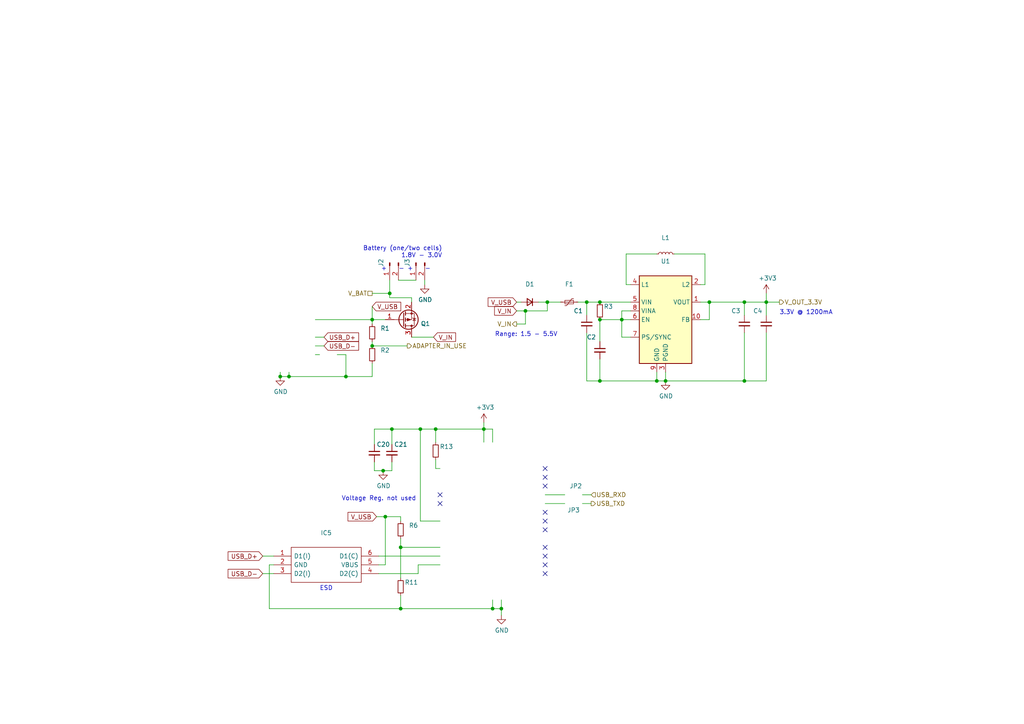
<source format=kicad_sch>
(kicad_sch (version 20211123) (generator eeschema)
  (paper "A4")
  (title_block (title "SmartSensor") (date "2021-11-18") (rev "1.3") (company "Avans Hogeschool") (comment 1 "Maurice Snoeren") (comment 2 "Expertise Centrum Technische Innovatie") (comment 3 "Lectoraat Smart Energy and Datascience & ICT") (comment 4 "Update: Added CH20X USB to UART chip"))
  (lib_symbols
    (symbol "Connector:Conn_01x02_Male" (pin_names (offset 1.016) hide)
      (property "Reference" "J" (at 0 2.54 0))
      (property "Value" "Conn_01x02_Male" (at 0 -5.08 0))
      (symbol "Conn_01x02_Male_1_1"
        (polyline (pts (xy 1.27 -2.54) (xy 0.8636 -2.54)) (stroke (width 0.1524)))
        (polyline (pts (xy 1.27 0) (xy 0.8636 0)) (stroke (width 0.1524)))
        (rectangle (start 0.8636 -2.413) (end 0 -2.667) (stroke (width 0.1524)) (fill (type outline)))
        (rectangle (start 0.8636 0.127) (end 0 -0.127) (stroke (width 0.1524)) (fill (type outline)))
        (pin passive line (at 5.08 0 180) (length 3.81) (name "Pin_1") (number "1"))
        (pin passive line (at 5.08 -2.54 180) (length 3.81) (name "Pin_2") (number "2"))
      )
    )
    (symbol "Device:C_Small" (pin_numbers hide) (pin_names (offset 0.254) hide)
      (property "Reference" "C" (at 0.254 1.778 0))
      (property "Value" "C_Small" (at 0.254 -2.032 0))
      (symbol "C_Small_0_1"
        (polyline (pts (xy -1.524 -0.508) (xy 1.524 -0.508)) (stroke (width 0.3302)))
        (polyline (pts (xy -1.524 0.508) (xy 1.524 0.508)) (stroke (width 0.3048)))
      )
      (symbol "C_Small_1_1"
        (pin passive line (at 0 2.54 270) (length 2.032) (name "~") (number "1"))
        (pin passive line (at 0 -2.54 90) (length 2.032) (name "~") (number "2"))
      )
    )
    (symbol "Device:D_Small" (pin_numbers hide) (pin_names (offset 0.254) hide)
      (property "Reference" "D" (at -1.27 2.032 0))
      (property "Value" "D_Small" (at -3.81 -2.032 0))
      (symbol "D_Small_0_1"
        (polyline (pts (xy -0.762 -1.016) (xy -0.762 1.016)) (stroke (width 0.254)))
        (polyline (pts (xy -0.762 0) (xy 0.762 0)))
        (polyline (pts (xy 0.762 -1.016) (xy -0.762 0) (xy 0.762 1.016) (xy 0.762 -1.016)) (stroke (width 0.254)))
      )
      (symbol "D_Small_1_1"
        (pin passive line (at -2.54 0 0) (length 1.778) (name "K") (number "1"))
        (pin passive line (at 2.54 0 180) (length 1.778) (name "A") (number "2"))
      )
    )
    (symbol "Device:L_Small" (pin_numbers hide) (pin_names (offset 0.254) hide)
      (property "Reference" "L" (at 0.762 1.016 0))
      (property "Value" "L_Small" (at 0.762 -1.016 0))
      (symbol "L_Small_0_1"
        (arc (start 0 -2.032) (mid 0.508 -1.524) (end 0 -1.016))
        (arc (start 0 -1.016) (mid 0.508 -0.508) (end 0 0))
        (arc (start 0 0) (mid 0.508 0.508) (end 0 1.016))
        (arc (start 0 1.016) (mid 0.508 1.524) (end 0 2.032))
      )
      (symbol "L_Small_1_1"
        (pin passive line (at 0 2.54 270) (length 0.508) (name "~") (number "1"))
        (pin passive line (at 0 -2.54 90) (length 0.508) (name "~") (number "2"))
      )
    )
    (symbol "Device:Polyfuse_Small" (pin_numbers hide) (pin_names (offset 0))
      (property "Reference" "F" (at -1.905 0 90))
      (property "Value" "Polyfuse_Small" (at 1.905 0 90))
      (symbol "Polyfuse_Small_0_1"
        (rectangle (start -0.508 1.27) (end 0.508 -1.27))
        (polyline (pts (xy 0 2.54) (xy 0 -2.54)))
        (polyline (pts (xy -1.016 1.27) (xy -1.016 0.762) (xy 1.016 -0.762) (xy 1.016 -1.27)))
      )
      (symbol "Polyfuse_Small_1_1"
        (pin passive line (at 0 2.54 270) (length 0.635) (name "~") (number "1"))
        (pin passive line (at 0 -2.54 90) (length 0.635) (name "~") (number "2"))
      )
    )
    (symbol "Device:R_Small" (pin_numbers hide) (pin_names (offset 0.254) hide)
      (property "Reference" "R" (at 0.762 0.508 0))
      (property "Value" "R_Small" (at 0.762 -1.016 0))
      (symbol "R_Small_0_1"
        (rectangle (start -0.762 1.778) (end 0.762 -1.778) (stroke (width 0.2032)))
      )
      (symbol "R_Small_1_1"
        (pin passive line (at 0 2.54 270) (length 0.762) (name "~") (number "1"))
        (pin passive line (at 0 -2.54 90) (length 0.762) (name "~") (number "2"))
      )
    )
    (symbol "Regulator_Switching:TPS63001"
      (property "Reference" "U" (at -7.62 13.97 0))
      (property "Value" "TPS63001" (at 5.08 13.97 0))
      (symbol "TPS63001_0_1"
        (rectangle (start -7.62 12.7) (end 7.62 -12.7) (stroke (width 0.254)) (fill (type background)))
      )
      (symbol "TPS63001_1_1"
        (pin power_out line (at 10.16 5.08 180) (length 2.54) (name "VOUT") (number "1"))
        (pin input line (at 10.16 0 180) (length 2.54) (name "FB") (number "10"))
        (pin passive line (at 0 -15.24 90) (length 2.54) hide (name "PGND") (number "11"))
        (pin input line (at 10.16 10.16 180) (length 2.54) (name "L2") (number "2"))
        (pin power_in line (at 0 -15.24 90) (length 2.54) (name "PGND") (number "3"))
        (pin input line (at -10.16 10.16 0) (length 2.54) (name "L1") (number "4"))
        (pin power_in line (at -10.16 5.08 0) (length 2.54) (name "VIN") (number "5"))
        (pin input line (at -10.16 0 0) (length 2.54) (name "EN") (number "6"))
        (pin input line (at -10.16 -5.08 0) (length 2.54) (name "PS/SYNC") (number "7"))
        (pin power_in line (at -10.16 2.54 0) (length 2.54) (name "VINA") (number "8"))
        (pin power_in line (at -2.54 -15.24 90) (length 2.54) (name "GND") (number "9"))
      )
    )
    (symbol "SamacSys_Parts:NUF2221W1T2G" (pin_names (offset 0.762))
      (property "Reference" "IC" (at 26.67 7.62 0))
      (property "Value" "NUF2221W1T2G" (at 26.67 5.08 0))
      (symbol "NUF2221W1T2G_0_0"
        (pin passive line (at 0 0 0) (length 5.08) (name "D1(I)") (number "1"))
        (pin passive line (at 0 -2.54 0) (length 5.08) (name "GND") (number "2"))
        (pin passive line (at 0 -5.08 0) (length 5.08) (name "D2(I)") (number "3"))
        (pin passive line (at 30.48 -5.08 180) (length 5.08) (name "D2(C)") (number "4"))
        (pin passive line (at 30.48 -2.54 180) (length 5.08) (name "VBUS") (number "5"))
        (pin passive line (at 30.48 0 180) (length 5.08) (name "D1(C)") (number "6"))
      )
      (symbol "NUF2221W1T2G_0_1"
        (polyline (pts (xy 5.08 2.54) (xy 25.4 2.54) (xy 25.4 -7.62) (xy 5.08 -7.62) (xy 5.08 2.54)) (stroke (width 0.1524)))
      )
    )
    (symbol "Transistor_FET:DMG2301L" (pin_names hide)
      (property "Reference" "Q" (at 5.08 1.905 0))
      (property "Value" "DMG2301L" (at 5.08 0 0))
      (symbol "DMG2301L_0_1"
        (polyline (pts (xy 0.254 0) (xy -2.54 0)))
        (polyline (pts (xy 0.254 1.905) (xy 0.254 -1.905)) (stroke (width 0.254)))
        (polyline (pts (xy 0.762 -1.27) (xy 0.762 -2.286)) (stroke (width 0.254)))
        (polyline (pts (xy 0.762 0.508) (xy 0.762 -0.508)) (stroke (width 0.254)))
        (polyline (pts (xy 0.762 2.286) (xy 0.762 1.27)) (stroke (width 0.254)))
        (polyline (pts (xy 2.54 2.54) (xy 2.54 1.778)))
        (polyline (pts (xy 2.54 -2.54) (xy 2.54 0) (xy 0.762 0)))
        (polyline (pts (xy 0.762 1.778) (xy 3.302 1.778) (xy 3.302 -1.778) (xy 0.762 -1.778)))
        (polyline (pts (xy 2.286 0) (xy 1.27 0.381) (xy 1.27 -0.381) (xy 2.286 0)) (fill (type outline)))
        (polyline (pts (xy 2.794 -0.508) (xy 2.921 -0.381) (xy 3.683 -0.381) (xy 3.81 -0.254)))
        (polyline (pts (xy 3.302 -0.381) (xy 2.921 0.254) (xy 3.683 0.254) (xy 3.302 -0.381)))
        (circle (center 1.651 0) (radius 2.794) (stroke (width 0.254)))
        (circle (center 2.54 -1.778) (radius 0.254) (fill (type outline)))
        (circle (center 2.54 1.778) (radius 0.254) (fill (type outline)))
      )
      (symbol "DMG2301L_1_1"
        (pin input line (at -5.08 0 0) (length 2.54) (name "G") (number "1"))
        (pin passive line (at 2.54 -5.08 90) (length 2.54) (name "S") (number "2"))
        (pin passive line (at 2.54 5.08 270) (length 2.54) (name "D") (number "3"))
      )
    )
    (symbol "power:+3.3V" (power) (pin_names (offset 0))
      (property "Value" "+3.3V" (at 0 3.556 0))
      (symbol "+3.3V_0_1"
        (polyline (pts (xy -0.762 1.27) (xy 0 2.54)))
        (polyline (pts (xy 0 0) (xy 0 2.54)))
        (polyline (pts (xy 0 2.54) (xy 0.762 1.27)))
      )
      (symbol "+3.3V_1_1"
        (pin power_in line (at 0 0 90) (length 0) hide (name "+3V3") (number "1"))
      )
    )
    (symbol "power:GND" (power) (pin_names (offset 0))
      (property "Value" "GND" (at 0 -3.81 0))
      (symbol "GND_0_1"
        (polyline (pts (xy 0 0) (xy 0 -1.27) (xy 1.27 -1.27) (xy 0 -2.54) (xy -1.27 -1.27) (xy 0 -1.27)))
      )
      (symbol "GND_1_1"
        (pin power_in line (at 0 0 270) (length 0) hide (name "GND") (number "1"))
      )
    )
  )
  (junction (at 173.99 110.49))
  (junction (at 111.76 149.86))
  (junction (at 111.125 136.525))
  (junction (at 205.74 87.63))
  (junction (at 180.34 92.71))
  (junction (at 113.665 124.46))
  (junction (at 107.95 100.33))
  (junction (at 173.99 87.63))
  (junction (at 215.9 87.63))
  (junction (at 81.28 109.22))
  (junction (at 142.875 176.53))
  (junction (at 100.33 109.22))
  (junction (at 173.99 92.71))
  (junction (at 222.25 87.63))
  (junction (at 145.415 176.53))
  (junction (at 158.75 87.63))
  (junction (at 152.4 90.17))
  (junction (at 126.365 124.46))
  (junction (at 170.18 87.63))
  (junction (at 190.5 110.49))
  (junction (at 193.04 110.49))
  (junction (at 121.92 124.46))
  (junction (at 107.95 92.71))
  (junction (at 83.82 109.22))
  (junction (at 140.335 124.46))
  (junction (at 215.9 110.49))
  (junction (at 113.03 85.09))
  (junction (at 116.205 158.75))
  (junction (at 116.205 176.53))
  (no_connect (at 158.115 161.29))
  (no_connect (at 158.115 151.13))
  (no_connect (at 158.115 166.37))
  (no_connect (at 158.115 148.59))
  (no_connect (at 158.115 138.43))
  (no_connect (at 158.115 163.83))
  (no_connect (at 158.115 135.89))
  (no_connect (at 158.115 153.67))
  (no_connect (at 127.635 143.51))
  (no_connect (at 127.635 146.05))
  (no_connect (at 158.115 140.97))
  (no_connect (at 158.115 158.75))
  (wire (pts (xy 125.73 97.79) (xy 119.38 97.79)))
  (wire (pts (xy 111.76 92.71) (xy 107.95 92.71)))
  (wire (pts (xy 121.285 163.83) (xy 127.635 163.83)))
  (wire (pts (xy 222.25 87.63) (xy 226.06 87.63)))
  (wire (pts (xy 109.855 161.29) (xy 127.635 161.29)))
  (wire (pts (xy 215.9 91.44) (xy 215.9 87.63)))
  (wire (pts (xy 222.25 87.63) (xy 222.25 91.44)))
  (wire (pts (xy 126.365 135.89) (xy 126.365 133.35)))
  (wire (pts (xy 116.205 172.72) (xy 116.205 176.53)))
  (wire (pts (xy 121.92 151.13) (xy 121.92 124.46)))
  (wire (pts (xy 222.25 85.09) (xy 222.25 87.63)))
  (wire (pts (xy 142.875 128.27) (xy 142.875 124.46)))
  (wire (pts (xy 109.855 166.37) (xy 121.285 166.37)))
  (wire (pts (xy 119.38 86.36) (xy 113.03 86.36)))
  (wire (pts (xy 145.415 178.435) (xy 145.415 176.53)))
  (wire (pts (xy 116.205 156.21) (xy 116.205 158.75)))
  (wire (pts (xy 91.44 102.87) (xy 92.71 102.87)))
  (wire (pts (xy 173.99 99.06) (xy 173.99 92.71)))
  (wire (pts (xy 126.365 124.46) (xy 140.335 124.46)))
  (wire (pts (xy 142.875 176.53) (xy 145.415 176.53)))
  (wire (pts (xy 113.03 81.28) (xy 113.03 85.09)))
  (wire (pts (xy 173.99 104.14) (xy 173.99 110.49)))
  (wire (pts (xy 127.635 135.89) (xy 126.365 135.89)))
  (wire (pts (xy 140.335 122.555) (xy 140.335 124.46)))
  (wire (pts (xy 118.11 100.33) (xy 107.95 100.33)))
  (wire (pts (xy 116.205 167.64) (xy 116.205 158.75)))
  (wire (pts (xy 193.04 110.49) (xy 193.04 107.95)))
  (wire (pts (xy 116.205 158.75) (xy 127.635 158.75)))
  (wire (pts (xy 168.91 146.05) (xy 171.45 146.05)))
  (wire (pts (xy 149.86 93.98) (xy 152.4 93.98)))
  (wire (pts (xy 149.86 87.63) (xy 151.13 87.63)))
  (wire (pts (xy 204.47 73.66) (xy 195.58 73.66)))
  (wire (pts (xy 158.75 90.17) (xy 158.75 87.63)))
  (wire (pts (xy 152.4 93.98) (xy 152.4 90.17)))
  (wire (pts (xy 205.74 87.63) (xy 215.9 87.63)))
  (wire (pts (xy 93.98 97.79) (xy 91.44 97.79)))
  (wire (pts (xy 123.19 81.28) (xy 123.19 82.55)))
  (wire (pts (xy 127.635 151.13) (xy 121.92 151.13)))
  (wire (pts (xy 109.22 149.86) (xy 111.76 149.86)))
  (wire (pts (xy 113.665 133.985) (xy 113.665 136.525)))
  (wire (pts (xy 91.44 100.33) (xy 93.98 100.33)))
  (wire (pts (xy 190.5 110.49) (xy 193.04 110.49)))
  (wire (pts (xy 113.03 85.09) (xy 113.03 86.36)))
  (wire (pts (xy 79.375 163.83) (xy 78.105 163.83)))
  (wire (pts (xy 215.9 87.63) (xy 222.25 87.63)))
  (wire (pts (xy 121.92 124.46) (xy 126.365 124.46)))
  (wire (pts (xy 190.5 110.49) (xy 190.5 107.95)))
  (wire (pts (xy 100.33 109.22) (xy 107.95 109.22)))
  (wire (pts (xy 81.28 109.22) (xy 83.82 109.22)))
  (wire (pts (xy 111.76 149.86) (xy 116.205 149.86)))
  (wire (pts (xy 170.18 87.63) (xy 170.18 91.44)))
  (wire (pts (xy 180.34 90.17) (xy 182.88 90.17)))
  (wire (pts (xy 215.9 110.49) (xy 193.04 110.49)))
  (wire (pts (xy 170.18 96.52) (xy 170.18 110.49)))
  (wire (pts (xy 204.47 82.55) (xy 204.47 73.66)))
  (wire (pts (xy 76.2 161.29) (xy 79.375 161.29)))
  (wire (pts (xy 108.585 124.46) (xy 113.665 124.46)))
  (wire (pts (xy 182.88 92.71) (xy 180.34 92.71)))
  (wire (pts (xy 78.105 176.53) (xy 116.205 176.53)))
  (wire (pts (xy 113.665 124.46) (xy 121.92 124.46)))
  (wire (pts (xy 107.95 105.41) (xy 107.95 109.22)))
  (wire (pts (xy 182.88 97.79) (xy 180.34 97.79)))
  (wire (pts (xy 121.285 166.37) (xy 121.285 163.83)))
  (wire (pts (xy 222.25 110.49) (xy 215.9 110.49)))
  (wire (pts (xy 152.4 90.17) (xy 158.75 90.17)))
  (wire (pts (xy 116.205 149.86) (xy 116.205 151.13)))
  (wire (pts (xy 170.18 110.49) (xy 173.99 110.49)))
  (wire (pts (xy 107.95 93.98) (xy 107.95 92.71)))
  (wire (pts (xy 109.855 163.83) (xy 111.76 163.83)))
  (wire (pts (xy 182.88 87.63) (xy 173.99 87.63)))
  (wire (pts (xy 181.61 82.55) (xy 181.61 73.66)))
  (wire (pts (xy 173.99 92.71) (xy 180.34 92.71)))
  (wire (pts (xy 126.365 128.27) (xy 126.365 124.46)))
  (wire (pts (xy 158.75 87.63) (xy 162.56 87.63)))
  (wire (pts (xy 182.88 82.55) (xy 181.61 82.55)))
  (wire (pts (xy 140.335 124.46) (xy 140.335 128.27)))
  (wire (pts (xy 205.74 92.71) (xy 205.74 87.63)))
  (wire (pts (xy 119.38 87.63) (xy 119.38 86.36)))
  (wire (pts (xy 142.875 124.46) (xy 140.335 124.46)))
  (wire (pts (xy 115.57 81.28) (xy 120.65 81.28)))
  (wire (pts (xy 76.2 166.37) (xy 79.375 166.37)))
  (wire (pts (xy 173.99 110.49) (xy 190.5 110.49)))
  (wire (pts (xy 158.115 146.05) (xy 163.83 146.05)))
  (wire (pts (xy 203.2 82.55) (xy 204.47 82.55)))
  (wire (pts (xy 91.44 92.71) (xy 107.95 92.71)))
  (wire (pts (xy 107.95 85.09) (xy 113.03 85.09)))
  (wire (pts (xy 222.25 96.52) (xy 222.25 110.49)))
  (wire (pts (xy 203.2 92.71) (xy 205.74 92.71)))
  (wire (pts (xy 158.115 143.51) (xy 163.83 143.51)))
  (wire (pts (xy 108.585 128.905) (xy 108.585 124.46)))
  (wire (pts (xy 108.585 133.985) (xy 108.585 136.525)))
  (wire (pts (xy 111.76 163.83) (xy 111.76 149.86)))
  (wire (pts (xy 142.875 173.99) (xy 142.875 176.53)))
  (wire (pts (xy 167.64 87.63) (xy 170.18 87.63)))
  (wire (pts (xy 149.86 90.17) (xy 152.4 90.17)))
  (wire (pts (xy 83.82 109.22) (xy 100.33 109.22)))
  (wire (pts (xy 100.33 102.87) (xy 100.33 109.22)))
  (wire (pts (xy 107.95 99.06) (xy 107.95 100.33)))
  (wire (pts (xy 180.34 92.71) (xy 180.34 90.17)))
  (wire (pts (xy 83.82 107.95) (xy 83.82 109.22)))
  (wire (pts (xy 173.99 87.63) (xy 170.18 87.63)))
  (wire (pts (xy 107.95 92.71) (xy 107.95 88.9)))
  (wire (pts (xy 81.28 109.22) (xy 81.28 107.95)))
  (wire (pts (xy 97.79 102.87) (xy 100.33 102.87)))
  (wire (pts (xy 215.9 96.52) (xy 215.9 110.49)))
  (wire (pts (xy 108.585 136.525) (xy 111.125 136.525)))
  (wire (pts (xy 113.665 136.525) (xy 111.125 136.525)))
  (wire (pts (xy 156.21 87.63) (xy 158.75 87.63)))
  (wire (pts (xy 145.415 176.53) (xy 145.415 173.99)))
  (wire (pts (xy 180.34 97.79) (xy 180.34 92.71)))
  (wire (pts (xy 181.61 73.66) (xy 190.5 73.66)))
  (wire (pts (xy 113.665 128.905) (xy 113.665 124.46)))
  (wire (pts (xy 116.205 176.53) (xy 142.875 176.53)))
  (wire (pts (xy 203.2 87.63) (xy 205.74 87.63)))
  (wire (pts (xy 78.105 163.83) (xy 78.105 176.53)))
  (wire (pts (xy 168.91 143.51) (xy 171.45 143.51)))
  (text "-" (at 115.57 78.74 0) (effects (font (size 1.27 1.27)) (justify left bottom)))
  (text "Voltage Reg. not used" (at 99.06 145.415 0) (effects (font (size 1.27 1.27)) (justify left bottom)))
  (text "-" (at 123.19 78.74 0) (effects (font (size 1.27 1.27)) (justify left bottom)))
  (text "+" (at 118.11 78.74 0) (effects (font (size 1.27 1.27)) (justify left bottom)))
  (text "ESD" (at 92.71 171.45 0) (effects (font (size 1.27 1.27)) (justify left bottom)))
  (text "Range: 1.5 - 5.5V" (at 143.51 97.79 0) (effects (font (size 1.27 1.27)) (justify left bottom)))
  (text "3.3V @ 1200mA" (at 226.06 91.44 0) (effects (font (size 1.27 1.27)) (justify left bottom)))
  (text "+" (at 110.49 78.74 0) (effects (font (size 1.27 1.27)) (justify left bottom)))
  (text "Battery (one/two cells)\n1.8V - 3.0V" (at 128.27 74.93 180) (effects (font (size 1.27 1.27)) (justify right bottom)))
  (global_label "V_USB" (shape input) (at 107.95 88.9 0) (property "Intersheet References" "${INTERSHEET_REFS}" (effects hide)))
  (global_label "USB_D+" (shape input) (at 93.98 97.79 0) (property "Intersheet References" "${INTERSHEET_REFS}" (effects hide)))
  (global_label "USB_D-" (shape input) (at 76.2 166.37 180) (property "Intersheet References" "${INTERSHEET_REFS}" (effects hide)))
  (global_label "V_IN" (shape input) (at 149.86 90.17 180) (property "Intersheet References" "${INTERSHEET_REFS}" (effects hide)))
  (global_label "V_IN" (shape input) (at 125.73 97.79 0) (property "Intersheet References" "${INTERSHEET_REFS}" (effects hide)))
  (global_label "V_USB" (shape input) (at 149.86 87.63 180) (property "Intersheet References" "${INTERSHEET_REFS}" (effects hide)))
  (global_label "V_USB" (shape input) (at 109.22 149.86 180) (property "Intersheet References" "${INTERSHEET_REFS}" (effects hide)))
  (global_label "USB_D-" (shape input) (at 93.98 100.33 0) (property "Intersheet References" "${INTERSHEET_REFS}" (effects hide)))
  (global_label "USB_D+" (shape input) (at 76.2 161.29 180) (property "Intersheet References" "${INTERSHEET_REFS}" (effects hide)))
  (hierarchical_label "V_OUT_3.3V" (shape output) (at 226.06 87.63 0))
  (hierarchical_label "USB_RXD" (shape input) (at 171.45 143.51 0))
  (hierarchical_label "USB_TXD" (shape output) (at 171.45 146.05 0))
  (hierarchical_label "V_BAT" (shape passive) (at 107.95 85.09 180))
  (hierarchical_label "V_IN" (shape output) (at 149.86 93.98 180))
  (hierarchical_label "ADAPTER_IN_USE" (shape output) (at 118.11 100.33 0))
  (symbol (lib_id "power:+3.3V") (at 222.25 85.09 0) (unit 1)
    (property "Reference" "#PWR05" (effects hide))
  )
  (symbol (lib_id "Device:Polyfuse_Small") (at 165.1 87.63 270) (unit 1)
    (property "Reference" "F1" (at 165.1 82.423 90))
  )
  (symbol (lib_id "power:GND") (at 81.28 109.22 0) (unit 1)
    (property "Reference" "#PWR02" (effects hide))
  )
  (symbol (lib_id "Connector:Conn_01x02_Male") (at 113.03 76.2 90) (mirror x) (unit 1)
    (property "Reference" "J2" (at 110.49 76.2 0))
  )
  (symbol (lib_id "Connector:Conn_01x02_Male") (at 120.65 76.2 90) (mirror x) (unit 1)
    (property "Reference" "J3" (at 118.11 76.2 0))
  )
  (symbol (lib_id "SmartSensor-rescue:USB_B_Micro-Connector-SmartSensor-rescue") (at 83.82 97.79 0) (unit 1)
    (property "Reference" "J1" (at 85.2678 85.9282 0))
  )
  (symbol (lib_id "Device:R_Small") (at 107.95 96.52 180) (unit 1)
    (property "Reference" "R1" (at 113.03 95.25 0) (effects (justify left)))
  )
  (symbol (lib_id "Device:R_Small") (at 107.95 102.87 180) (unit 1)
    (property "Reference" "R2" (at 113.03 101.6 0) (effects (justify left)))
  )
  (symbol (lib_id "Transistor_FET:DMG2301L") (at 116.84 92.71 0) (mirror x) (unit 1)
    (property "Reference" "Q1" (at 122.0216 93.8784 0) (effects (justify left)))
    (property "Datasheet" "https://www.diodes.com/assets/Datasheets/DMG2301L.pdf" (effects hide))
  )
  (symbol (lib_id "power:GND") (at 123.19 82.55 0) (unit 1)
    (property "Reference" "#PWR03" (effects hide))
  )
  (symbol (lib_id "Regulator_Switching:TPS63001") (at 193.04 92.71 0) (unit 1)
    (property "Reference" "U1" (at 193.04 75.7682 0))
    (property "Datasheet" "http://www.ti.com/lit/ds/symlink/tps63000.pdf" (effects hide))
  )
  (symbol (lib_id "Device:L_Small") (at 193.04 73.66 90) (unit 1)
    (property "Reference" "L1" (at 193.04 68.961 90))
  )
  (symbol (lib_id "Device:C_Small") (at 170.18 93.98 0) (unit 1)
    (property "Reference" "C1" (at 166.37 90.17 0) (effects (justify left)))
  )
  (symbol (lib_id "Device:C_Small") (at 215.9 93.98 0) (unit 1)
    (property "Reference" "C3" (at 212.09 90.17 0) (effects (justify left)))
  )
  (symbol (lib_id "Device:C_Small") (at 222.25 93.98 0) (unit 1)
    (property "Reference" "C4" (at 218.44 90.17 0) (effects (justify left)))
  )
  (symbol (lib_id "Device:R_Small") (at 173.99 90.17 180) (unit 1)
    (property "Reference" "R3" (at 177.8 88.9 0) (effects (justify left)))
  )
  (symbol (lib_id "Device:C_Small") (at 173.99 101.6 0) (unit 1)
    (property "Reference" "C2" (at 170.18 97.79 0) (effects (justify left)))
  )
  (symbol (lib_id "power:GND") (at 193.04 110.49 0) (unit 1)
    (property "Reference" "#PWR04" (effects hide))
  )
  (symbol (lib_id "Device:D_Small") (at 153.67 87.63 180) (unit 1)
    (property "Reference" "D1" (at 153.67 82.423 0))
  )
  (symbol (lib_id "SmartSensor-rescue:CP2102N-A01-GQFN24-Interface_USB") (at 142.875 151.13 0) (unit 1)
    (property "Reference" "U5" (at 133.35 129.54 0))
    (property "Datasheet" "https://www.silabs.com/documents/public/data-sheets/cp2102n-datasheet.pdf" (effects hide))
  )
  (symbol (lib_id "power:+3.3V") (at 140.335 122.555 0) (unit 1)
    (property "Reference" "#PWR043" (effects hide))
  )
  (symbol (lib_id "Device:C_Small") (at 113.665 131.445 0) (unit 1)
    (property "Reference" "C21" (at 114.3 128.905 0) (effects (justify left)))
  )
  (symbol (lib_id "Device:C_Small") (at 108.585 131.445 0) (unit 1)
    (property "Reference" "C20" (at 109.22 128.905 0) (effects (justify left)))
  )
  (symbol (lib_id "power:GND") (at 145.415 178.435 0) (unit 1)
    (property "Reference" "#PWR044" (effects hide))
  )
  (symbol (lib_id "Device:R_Small") (at 126.365 130.81 180) (unit 1)
    (property "Reference" "R13" (at 131.445 129.54 0) (effects (justify left)))
  )
  (symbol (lib_id "Device:R_Small") (at 116.205 170.18 180) (unit 1)
    (property "Reference" "R11" (at 121.285 168.91 0) (effects (justify left)))
  )
  (symbol (lib_id "Device:R_Small") (at 116.205 153.67 180) (unit 1)
    (property "Reference" "R6" (at 121.285 152.4 0) (effects (justify left)))
  )
  (symbol (lib_id "SmartSensor-rescue:Jumper_NO_Small-Device") (at 95.25 102.87 0) (unit 1)
    (property "Reference" "JP1" (at 96.52 104.775 0))
  )
  (symbol (lib_id "SamacSys_Parts:NUF2221W1T2G") (at 79.375 161.29 0) (unit 1)
    (property "Reference" "IC5" (at 94.615 154.559 0))
    (property "Datasheet" "http://www.onsemi.com/pub/Collateral/NUF2221W1T2-D.PDF" (effects hide))
    (property "Description" "USB Upstream Terminator with ESD Protection" (effects hide))
    (property "Height" "1.1" (effects hide))
    (property "Mouser Part Number" "863-NUF2221W1T2G" (effects hide))
    (property "Mouser Price/Stock" "https://www.mouser.co.uk/ProductDetail/ON-Semiconductor/NUF2221W1T2G/?qs=ZXBb0xZ9WeBhigCT%252BMBgKA%3D%3D" (effects hide))
    (property "Manufacturer_Name" "ON Semiconductor" (effects hide))
    (property "Manufacturer_Part_Number" "NUF2221W1T2G" (effects hide))
  )
  (symbol (lib_id "power:GND") (at 111.125 136.525 0) (unit 1)
    (property "Reference" "#PWR042" (effects hide))
  )
  (symbol (lib_id "SmartSensor-rescue:Jumper_NC_Small-Device") (at 166.37 143.51 0) (unit 1)
    (property "Reference" "JP2" (at 167.005 140.97 0))
  )
  (symbol (lib_id "SmartSensor-rescue:Jumper_NC_Small-Device") (at 166.37 146.05 0) (unit 1)
    (property "Reference" "JP3" (at 166.37 147.955 0))
  )
)
</source>
